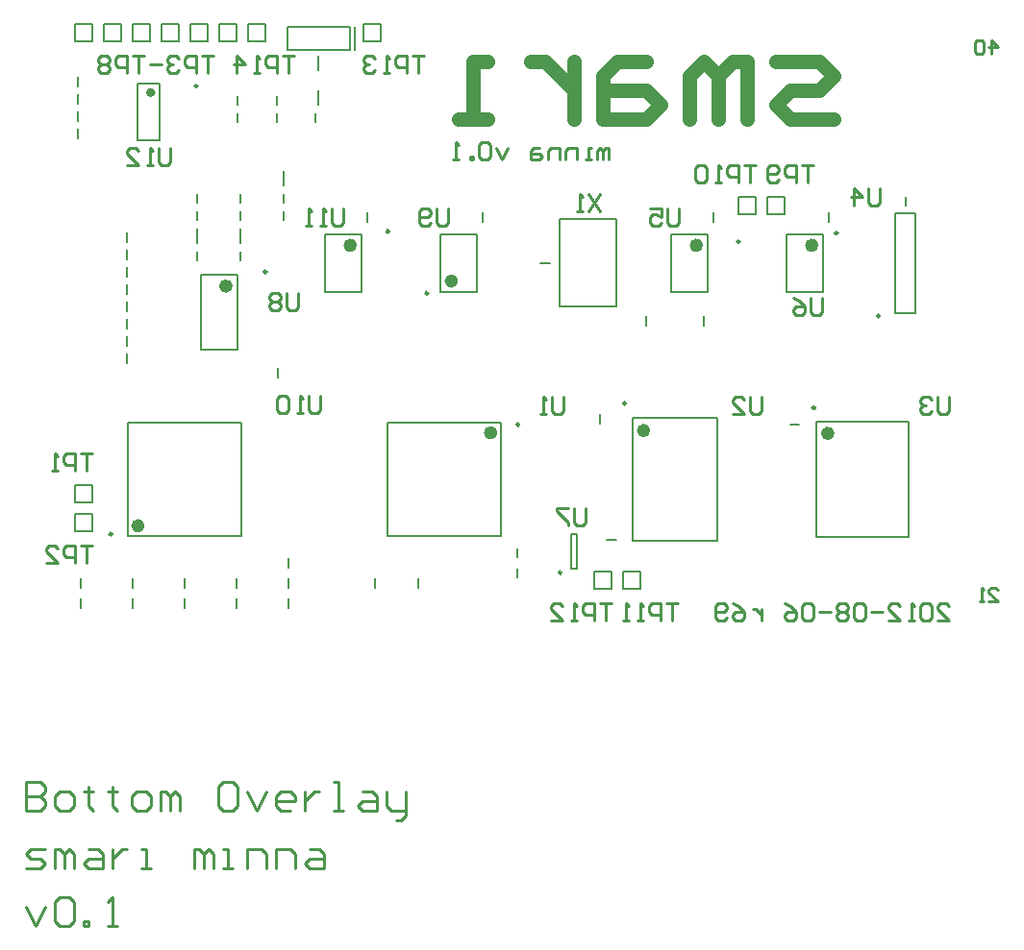
<source format=gbo>
%FSLAX25Y25*%
%MOIN*%
G70*
G01*
G75*
G04 Layer_Color=32896*
%ADD10R,0.08661X0.09843*%
%ADD11R,0.01969X0.07874*%
%ADD12R,0.06102X0.05118*%
%ADD13C,0.04000*%
G04:AMPARAMS|DCode=14|XSize=60mil|YSize=300mil|CornerRadius=0mil|HoleSize=0mil|Usage=FLASHONLY|Rotation=90.000|XOffset=0mil|YOffset=0mil|HoleType=Round|Shape=Octagon|*
%AMOCTAGOND14*
4,1,8,-0.15000,-0.01500,-0.15000,0.01500,-0.13500,0.03000,0.13500,0.03000,0.15000,0.01500,0.15000,-0.01500,0.13500,-0.03000,-0.13500,-0.03000,-0.15000,-0.01500,0.0*
%
%ADD14OCTAGOND14*%

%ADD15R,0.03150X0.03150*%
%ADD16R,0.03937X0.11811*%
%ADD17C,0.01000*%
%ADD18C,0.02000*%
%ADD19C,0.01200*%
%ADD20C,0.02362*%
%ADD21C,0.02200*%
%ADD22C,0.04000*%
%ADD23C,0.07543*%
%ADD24C,0.04200*%
%ADD25R,0.04000X0.04000*%
%ADD26R,0.01181X0.06693*%
%ADD27R,0.07677X0.01575*%
%ADD28R,0.04134X0.02362*%
%ADD29R,0.06693X0.01378*%
%ADD30R,0.06299X0.01378*%
%ADD31R,0.02165X0.07677*%
%ADD32R,0.07677X0.02165*%
%ADD33R,0.07874X0.02362*%
%ADD34R,0.15748X0.06693*%
%ADD35R,0.15748X0.05906*%
%ADD36R,0.07677X0.05118*%
%ADD37R,0.05118X0.05906*%
%ADD38R,0.04331X0.03937*%
%ADD39R,0.04000X0.04000*%
%ADD40R,0.03937X0.04331*%
%ADD41C,0.01500*%
%ADD42C,0.03000*%
%ADD43C,0.01400*%
%ADD44C,0.00984*%
%ADD45C,0.02362*%
%ADD46C,0.00787*%
%ADD47C,0.08000*%
%ADD48C,0.01575*%
%ADD49C,0.05000*%
D17*
X93000Y201998D02*
X89001D01*
X91001D01*
Y196000D01*
X87002D02*
Y201998D01*
X84003D01*
X83003Y200998D01*
Y198999D01*
X84003Y197999D01*
X87002D01*
X81004Y196000D02*
X79005D01*
X80004D01*
Y201998D01*
X81004Y200998D01*
X73006Y196000D02*
Y201998D01*
X76006Y198999D01*
X72007D01*
X255000Y83498D02*
Y78500D01*
X254000Y77500D01*
X252001D01*
X251001Y78500D01*
Y83498D01*
X245003Y77500D02*
X249002D01*
X245003Y81499D01*
Y82498D01*
X246003Y83498D01*
X248002D01*
X249002Y82498D01*
X50000Y169998D02*
Y165000D01*
X49000Y164000D01*
X47001D01*
X46001Y165000D01*
Y169998D01*
X44002Y164000D02*
X42003D01*
X43002D01*
Y169998D01*
X44002Y168998D01*
X35005Y164000D02*
X39004D01*
X35005Y167999D01*
Y168998D01*
X36004Y169998D01*
X38004D01*
X39004Y168998D01*
X194000Y44998D02*
Y40000D01*
X193000Y39000D01*
X191001D01*
X190001Y40000D01*
Y44998D01*
X188002D02*
X184003D01*
Y43998D01*
X188002Y40000D01*
Y39000D01*
X94500Y119498D02*
Y114500D01*
X93500Y113500D01*
X91501D01*
X90501Y114500D01*
Y119498D01*
X88502Y118498D02*
X87502Y119498D01*
X85503D01*
X84503Y118498D01*
Y117499D01*
X85503Y116499D01*
X84503Y115499D01*
Y114500D01*
X85503Y113500D01*
X87502D01*
X88502Y114500D01*
Y115499D01*
X87502Y116499D01*
X88502Y117499D01*
Y118498D01*
X87502Y116499D02*
X85503D01*
X110000Y148998D02*
Y144000D01*
X109000Y143000D01*
X107001D01*
X106001Y144000D01*
Y148998D01*
X104002Y143000D02*
X102003D01*
X103002D01*
Y148998D01*
X104002Y147998D01*
X99004Y143000D02*
X97004D01*
X98004D01*
Y148998D01*
X99004Y147998D01*
X102000Y83998D02*
Y79000D01*
X101000Y78000D01*
X99001D01*
X98001Y79000D01*
Y83998D01*
X96002Y78000D02*
X94003D01*
X95002D01*
Y83998D01*
X96002Y82998D01*
X91004D02*
X90004Y83998D01*
X88004D01*
X87005Y82998D01*
Y79000D01*
X88004Y78000D01*
X90004D01*
X91004Y79000D01*
Y82998D01*
X186500Y83498D02*
Y78500D01*
X185500Y77500D01*
X183501D01*
X182501Y78500D01*
Y83498D01*
X180502Y77500D02*
X178503D01*
X179502D01*
Y83498D01*
X180502Y82498D01*
X320000Y83498D02*
Y78500D01*
X319000Y77500D01*
X317001D01*
X316001Y78500D01*
Y83498D01*
X314002Y82498D02*
X313002Y83498D01*
X311003D01*
X310003Y82498D01*
Y81499D01*
X311003Y80499D01*
X312003D01*
X311003D01*
X310003Y79499D01*
Y78500D01*
X311003Y77500D01*
X313002D01*
X314002Y78500D01*
X296000Y155998D02*
Y151000D01*
X295000Y150000D01*
X293001D01*
X292001Y151000D01*
Y155998D01*
X287003Y150000D02*
Y155998D01*
X290002Y152999D01*
X286003D01*
X333801Y12500D02*
X337000D01*
X333801Y15699D01*
Y16499D01*
X334601Y17298D01*
X336200D01*
X337000Y16499D01*
X332202Y12500D02*
X330602D01*
X331402D01*
Y17298D01*
X332202Y16499D01*
X334601Y202500D02*
Y207298D01*
X337000Y204899D01*
X333801D01*
X332202Y206499D02*
X331402Y207298D01*
X329802D01*
X329003Y206499D01*
Y203300D01*
X329802Y202500D01*
X331402D01*
X332202Y203300D01*
Y206499D01*
X199000Y153998D02*
X195001Y148000D01*
Y153998D02*
X199000Y148000D01*
X193002D02*
X191003D01*
X192002D01*
Y153998D01*
X193002Y152998D01*
X23000Y31998D02*
X19001D01*
X21001D01*
Y26000D01*
X17002D02*
Y31998D01*
X14003D01*
X13003Y30998D01*
Y28999D01*
X14003Y27999D01*
X17002D01*
X7005Y26000D02*
X11004D01*
X7005Y29999D01*
Y30998D01*
X8005Y31998D01*
X10004D01*
X11004Y30998D01*
X23000Y63998D02*
X19001D01*
X21001D01*
Y58000D01*
X17002D02*
Y63998D01*
X14003D01*
X13003Y62998D01*
Y60999D01*
X14003Y59999D01*
X17002D01*
X11004Y58000D02*
X9004D01*
X10004D01*
Y63998D01*
X11004Y62998D01*
X253000Y163998D02*
X249001D01*
X251001D01*
Y158000D01*
X247002D02*
Y163998D01*
X244003D01*
X243003Y162998D01*
Y160999D01*
X244003Y159999D01*
X247002D01*
X241004Y158000D02*
X239004D01*
X240004D01*
Y163998D01*
X241004Y162998D01*
X236005D02*
X235006Y163998D01*
X233007D01*
X232007Y162998D01*
Y159000D01*
X233007Y158000D01*
X235006D01*
X236005Y159000D01*
Y162998D01*
X226000Y11998D02*
X222001D01*
X224001D01*
Y6000D01*
X220002D02*
Y11998D01*
X217003D01*
X216003Y10998D01*
Y8999D01*
X217003Y7999D01*
X220002D01*
X214004Y6000D02*
X212004D01*
X213004D01*
Y11998D01*
X214004Y10998D01*
X209005Y6000D02*
X207006D01*
X208006D01*
Y11998D01*
X209005Y10998D01*
X203000Y11998D02*
X199001D01*
X201001D01*
Y6000D01*
X197002D02*
Y11998D01*
X194003D01*
X193003Y10998D01*
Y8999D01*
X194003Y7999D01*
X197002D01*
X191004Y6000D02*
X189005D01*
X190004D01*
Y11998D01*
X191004Y10998D01*
X182007Y6000D02*
X186005D01*
X182007Y9999D01*
Y10998D01*
X183007Y11998D01*
X185006D01*
X186005Y10998D01*
X273000Y163998D02*
X269001D01*
X271001D01*
Y158000D01*
X267002D02*
Y163998D01*
X264003D01*
X263003Y162998D01*
Y160999D01*
X264003Y159999D01*
X267002D01*
X261004Y159000D02*
X260004Y158000D01*
X258005D01*
X257005Y159000D01*
Y162998D01*
X258005Y163998D01*
X260004D01*
X261004Y162998D01*
Y161999D01*
X260004Y160999D01*
X257005D01*
X146500Y148998D02*
Y144000D01*
X145500Y143000D01*
X143501D01*
X142501Y144000D01*
Y148998D01*
X140502Y144000D02*
X139502Y143000D01*
X137503D01*
X136503Y144000D01*
Y147998D01*
X137503Y148998D01*
X139502D01*
X140502Y147998D01*
Y146999D01*
X139502Y145999D01*
X136503D01*
X276000Y117998D02*
Y113000D01*
X275000Y112000D01*
X273001D01*
X272001Y113000D01*
Y117998D01*
X266003D02*
X268003Y116998D01*
X270002Y114999D01*
Y113000D01*
X269002Y112000D01*
X267003D01*
X266003Y113000D01*
Y113999D01*
X267003Y114999D01*
X270002D01*
X226500Y148998D02*
Y144000D01*
X225500Y143000D01*
X223501D01*
X222501Y144000D01*
Y148998D01*
X216503D02*
X220502D01*
Y145999D01*
X218503Y146999D01*
X217503D01*
X216503Y145999D01*
Y144000D01*
X217503Y143000D01*
X219502D01*
X220502Y144000D01*
X138000Y201998D02*
X134001D01*
X136001D01*
Y196000D01*
X132002D02*
Y201998D01*
X129003D01*
X128003Y200998D01*
Y198999D01*
X129003Y197999D01*
X132002D01*
X126004Y196000D02*
X124004D01*
X125004D01*
Y201998D01*
X126004Y200998D01*
X121005D02*
X120006Y201998D01*
X118007D01*
X117007Y200998D01*
Y199999D01*
X118007Y198999D01*
X119006D01*
X118007D01*
X117007Y197999D01*
Y197000D01*
X118007Y196000D01*
X120006D01*
X121005Y197000D01*
X0Y-80000D02*
X4998D01*
X6664Y-78334D01*
X4998Y-76668D01*
X1666D01*
X0Y-75002D01*
X1666Y-73335D01*
X6664D01*
X9997Y-80000D02*
Y-73335D01*
X11663D01*
X13329Y-75002D01*
Y-80000D01*
Y-75002D01*
X14995Y-73335D01*
X16661Y-75002D01*
Y-80000D01*
X21660Y-73335D02*
X24992D01*
X26658Y-75002D01*
Y-80000D01*
X21660D01*
X19994Y-78334D01*
X21660Y-76668D01*
X26658D01*
X29990Y-73335D02*
Y-80000D01*
Y-76668D01*
X31656Y-75002D01*
X33323Y-73335D01*
X34989D01*
X39987Y-80000D02*
X43319D01*
X41653D01*
Y-73335D01*
X39987D01*
X58315Y-80000D02*
Y-73335D01*
X59981D01*
X61647Y-75002D01*
Y-80000D01*
Y-75002D01*
X63313Y-73335D01*
X64979Y-75002D01*
Y-80000D01*
X68311D02*
X71644D01*
X69977D01*
Y-73335D01*
X68311D01*
X76642Y-80000D02*
Y-73335D01*
X81640D01*
X83306Y-75002D01*
Y-80000D01*
X86639D02*
Y-73335D01*
X91637D01*
X93303Y-75002D01*
Y-80000D01*
X98302Y-73335D02*
X101634D01*
X103300Y-75002D01*
Y-80000D01*
X98302D01*
X96635Y-78334D01*
X98302Y-76668D01*
X103300D01*
X0Y-50003D02*
Y-60000D01*
X4998D01*
X6664Y-58334D01*
Y-56668D01*
X4998Y-55002D01*
X0D01*
X4998D01*
X6664Y-53335D01*
Y-51669D01*
X4998Y-50003D01*
X0D01*
X11663Y-60000D02*
X14995D01*
X16661Y-58334D01*
Y-55002D01*
X14995Y-53335D01*
X11663D01*
X9997Y-55002D01*
Y-58334D01*
X11663Y-60000D01*
X21660Y-51669D02*
Y-53335D01*
X19994D01*
X23326D01*
X21660D01*
Y-58334D01*
X23326Y-60000D01*
X29990Y-51669D02*
Y-53335D01*
X28324D01*
X31656D01*
X29990D01*
Y-58334D01*
X31656Y-60000D01*
X38321D02*
X41653D01*
X43319Y-58334D01*
Y-55002D01*
X41653Y-53335D01*
X38321D01*
X36655Y-55002D01*
Y-58334D01*
X38321Y-60000D01*
X46652D02*
Y-53335D01*
X48318D01*
X49984Y-55002D01*
Y-60000D01*
Y-55002D01*
X51650Y-53335D01*
X53316Y-55002D01*
Y-60000D01*
X71644Y-50003D02*
X68311D01*
X66645Y-51669D01*
Y-58334D01*
X68311Y-60000D01*
X71644D01*
X73310Y-58334D01*
Y-51669D01*
X71644Y-50003D01*
X76642Y-53335D02*
X79974Y-60000D01*
X83306Y-53335D01*
X91637Y-60000D02*
X88305D01*
X86639Y-58334D01*
Y-55002D01*
X88305Y-53335D01*
X91637D01*
X93303Y-55002D01*
Y-56668D01*
X86639D01*
X96635Y-53335D02*
Y-60000D01*
Y-56668D01*
X98302Y-55002D01*
X99968Y-53335D01*
X101634D01*
X106632Y-60000D02*
X109965D01*
X108298D01*
Y-50003D01*
X106632D01*
X116629Y-53335D02*
X119961D01*
X121627Y-55002D01*
Y-60000D01*
X116629D01*
X114963Y-58334D01*
X116629Y-56668D01*
X121627D01*
X124960Y-53335D02*
Y-58334D01*
X126626Y-60000D01*
X131624D01*
Y-61666D01*
X129958Y-63332D01*
X128292D01*
X131624Y-60000D02*
Y-53335D01*
X65000Y201998D02*
X61001D01*
X63001D01*
Y196000D01*
X59002D02*
Y201998D01*
X56003D01*
X55003Y200998D01*
Y198999D01*
X56003Y197999D01*
X59002D01*
X53004Y200998D02*
X52004Y201998D01*
X50005D01*
X49005Y200998D01*
Y199999D01*
X50005Y198999D01*
X51004D01*
X50005D01*
X49005Y197999D01*
Y197000D01*
X50005Y196000D01*
X52004D01*
X53004Y197000D01*
X47006Y198999D02*
X43007D01*
X41008Y201998D02*
X37009D01*
X39008D01*
Y196000D01*
X35010D02*
Y201998D01*
X32011D01*
X31011Y200998D01*
Y198999D01*
X32011Y197999D01*
X35010D01*
X29012Y200998D02*
X28012Y201998D01*
X26013D01*
X25013Y200998D01*
Y199999D01*
X26013Y198999D01*
X25013Y197999D01*
Y197000D01*
X26013Y196000D01*
X28012D01*
X29012Y197000D01*
Y197999D01*
X28012Y198999D01*
X29012Y199999D01*
Y200998D01*
X28012Y198999D02*
X26013D01*
X202000Y166000D02*
Y169999D01*
X201000D01*
X200001Y168999D01*
Y166000D01*
Y168999D01*
X199001Y169999D01*
X198001Y168999D01*
Y166000D01*
X196002D02*
X194003D01*
X195002D01*
Y169999D01*
X196002D01*
X191004Y166000D02*
Y169999D01*
X188005D01*
X187005Y168999D01*
Y166000D01*
X185005D02*
Y169999D01*
X182007D01*
X181007Y168999D01*
Y166000D01*
X178008Y169999D02*
X176008D01*
X175009Y168999D01*
Y166000D01*
X178008D01*
X179007Y167000D01*
X178008Y167999D01*
X175009D01*
X167011Y169999D02*
X165012Y166000D01*
X163013Y169999D01*
X161013Y170998D02*
X160014Y171998D01*
X158014D01*
X157015Y170998D01*
Y167000D01*
X158014Y166000D01*
X160014D01*
X161013Y167000D01*
Y170998D01*
X155015Y166000D02*
Y167000D01*
X154016D01*
Y166000D01*
X155015D01*
X150017D02*
X148018D01*
X149017D01*
Y171998D01*
X150017Y170998D01*
X0Y-93335D02*
X3332Y-100000D01*
X6664Y-93335D01*
X9997Y-91669D02*
X11663Y-90003D01*
X14995D01*
X16661Y-91669D01*
Y-98334D01*
X14995Y-100000D01*
X11663D01*
X9997Y-98334D01*
Y-91669D01*
X19994Y-100000D02*
Y-98334D01*
X21660D01*
Y-100000D01*
X19994D01*
X28324D02*
X31656D01*
X29990D01*
Y-90003D01*
X28324Y-91669D01*
X316001Y6000D02*
X320000D01*
X316001Y9999D01*
Y10998D01*
X317001Y11998D01*
X319000D01*
X320000Y10998D01*
X314002D02*
X313002Y11998D01*
X311003D01*
X310003Y10998D01*
Y7000D01*
X311003Y6000D01*
X313002D01*
X314002Y7000D01*
Y10998D01*
X308004Y6000D02*
X306005D01*
X307004D01*
Y11998D01*
X308004Y10998D01*
X299007Y6000D02*
X303006D01*
X299007Y9999D01*
Y10998D01*
X300007Y11998D01*
X302006D01*
X303006Y10998D01*
X297007Y8999D02*
X293009D01*
X291009Y10998D02*
X290010Y11998D01*
X288010D01*
X287011Y10998D01*
Y7000D01*
X288010Y6000D01*
X290010D01*
X291009Y7000D01*
Y10998D01*
X285011D02*
X284012Y11998D01*
X282012D01*
X281013Y10998D01*
Y9999D01*
X282012Y8999D01*
X281013Y7999D01*
Y7000D01*
X282012Y6000D01*
X284012D01*
X285011Y7000D01*
Y7999D01*
X284012Y8999D01*
X285011Y9999D01*
Y10998D01*
X284012Y8999D02*
X282012D01*
X279013D02*
X275015D01*
X273015Y10998D02*
X272016Y11998D01*
X270016D01*
X269017Y10998D01*
Y7000D01*
X270016Y6000D01*
X272016D01*
X273015Y7000D01*
Y10998D01*
X263018Y11998D02*
X265018Y10998D01*
X267017Y8999D01*
Y7000D01*
X266018Y6000D01*
X264018D01*
X263018Y7000D01*
Y7999D01*
X264018Y8999D01*
X267017D01*
X255021Y9999D02*
Y6000D01*
Y7999D01*
X254021Y8999D01*
X253022Y9999D01*
X252022D01*
X245024Y11998D02*
X247024Y10998D01*
X249023Y8999D01*
Y7000D01*
X248023Y6000D01*
X246024D01*
X245024Y7000D01*
Y7999D01*
X246024Y8999D01*
X249023D01*
X243025Y7000D02*
X242025Y6000D01*
X240026D01*
X239026Y7000D01*
Y10998D01*
X240026Y11998D01*
X242025D01*
X243025Y10998D01*
Y9999D01*
X242025Y8999D01*
X239026D01*
D44*
X208071Y81378D02*
G03*
X208071Y81378I-492J0D01*
G01*
X59500Y191500D02*
G03*
X59500Y191500I-492J0D01*
G01*
X185768Y22618D02*
G03*
X185768Y22618I-492J0D01*
G01*
X83500Y127000D02*
G03*
X83500Y127000I-492J0D01*
G01*
X126000Y141000D02*
G03*
X126000Y141000I-492J0D01*
G01*
X29902Y36004D02*
G03*
X29902Y36004I-492J0D01*
G01*
X171083Y73996D02*
G03*
X171083Y73996I-492J0D01*
G01*
X273661Y79803D02*
G03*
X273661Y79803I-492J0D01*
G01*
X296043Y111653D02*
G03*
X296043Y111653I-492J0D01*
G01*
X139469Y119567D02*
G03*
X139469Y119567I-492J0D01*
G01*
X281516Y140433D02*
G03*
X281516Y140433I-492J0D01*
G01*
X247500Y137500D02*
G03*
X247500Y137500I-492J0D01*
G01*
D45*
X215354Y71929D02*
G03*
X215354Y71929I-1181J0D01*
G01*
X70543Y122055D02*
G03*
X70543Y122055I-1181J0D01*
G01*
X113642Y136201D02*
G03*
X113642Y136201I-1181J0D01*
G01*
X40039Y38858D02*
G03*
X40039Y38858I-1181J0D01*
G01*
X162323Y71142D02*
G03*
X162323Y71142I-1181J0D01*
G01*
X279173Y70945D02*
G03*
X279173Y70945I-1181J0D01*
G01*
X148721Y123799D02*
G03*
X148721Y123799I-1181J0D01*
G01*
X273642Y136201D02*
G03*
X273642Y136201I-1181J0D01*
G01*
X233642D02*
G03*
X233642Y136201I-1181J0D01*
G01*
D46*
X77000Y207000D02*
X83000D01*
Y213000D01*
X77000D02*
X83000D01*
X77000Y207000D02*
Y213000D01*
X239764Y33740D02*
Y76260D01*
X210236Y33740D02*
Y76260D01*
Y33740D02*
X239764D01*
X210236Y76260D02*
X239764D01*
X46437Y172658D02*
Y192342D01*
X38563Y172658D02*
Y192342D01*
X46437D01*
X38563Y172658D02*
X46437D01*
X189016Y23898D02*
X190984D01*
X189016Y36102D02*
X190984D01*
X189016Y23898D02*
Y36102D01*
X190984Y23898D02*
Y36102D01*
X73299Y100008D02*
Y125992D01*
X60701Y100008D02*
Y125992D01*
X73299D01*
X60701Y100008D02*
X73299D01*
X116299Y119961D02*
Y140039D01*
X103701Y119961D02*
Y140039D01*
X116299D01*
X103701Y119961D02*
X116299D01*
X35315Y74685D02*
X74685D01*
X35315Y35315D02*
X74685D01*
Y74685D01*
X35315Y35315D02*
Y74685D01*
X125315Y35315D02*
X164685D01*
X125315Y74685D02*
X164685D01*
X125315Y35315D02*
Y74685D01*
X164685Y35315D02*
Y74685D01*
X274055Y74882D02*
X305945D01*
X274055Y35118D02*
X305945D01*
X274055D02*
Y74882D01*
X305945Y35118D02*
Y74882D01*
X301457Y147323D02*
X308543D01*
X301457Y112677D02*
X308543D01*
Y147323D01*
X301457Y112677D02*
Y147323D01*
X204843Y114843D02*
Y145157D01*
X185256Y114843D02*
X204843D01*
X185157D02*
Y145157D01*
X204843D01*
X90673Y203965D02*
Y212035D01*
Y203965D02*
X112327D01*
Y212035D01*
X90673D02*
X112327D01*
X114197Y203965D02*
Y212035D01*
X101500Y196941D02*
Y202059D01*
X18000Y185425D02*
Y188575D01*
X17000Y207000D02*
X23000D01*
Y213000D01*
X17000D02*
X23000D01*
X17000Y207000D02*
Y213000D01*
X27000Y207000D02*
Y213000D01*
X33000D01*
Y207000D02*
Y213000D01*
X27000Y207000D02*
X33000D01*
X37000D02*
X43000D01*
Y213000D01*
X37000D02*
X43000D01*
X37000Y207000D02*
Y213000D01*
X47000Y207000D02*
Y213000D01*
X53000D01*
Y207000D02*
Y213000D01*
X47000Y207000D02*
X53000D01*
X57000D02*
X63000D01*
Y213000D01*
X57000D02*
X63000D01*
X57000Y207000D02*
Y213000D01*
X67000Y207000D02*
Y213000D01*
X73000D01*
Y207000D02*
Y213000D01*
X67000Y207000D02*
X73000D01*
X17000Y37000D02*
X23000D01*
Y43000D01*
X17000D02*
X23000D01*
X17000Y37000D02*
Y43000D01*
Y47000D02*
Y53000D01*
X23000D01*
Y47000D02*
Y53000D01*
X17000Y47000D02*
X23000D01*
X247000Y147000D02*
X253000D01*
Y153000D01*
X247000D02*
X253000D01*
X247000Y147000D02*
Y153000D01*
X207000Y17000D02*
Y23000D01*
X213000D01*
Y17000D02*
Y23000D01*
X207000Y17000D02*
X213000D01*
X197000D02*
X203000D01*
Y23000D01*
X197000D02*
X203000D01*
X197000Y17000D02*
Y23000D01*
X257000Y147000D02*
X263000D01*
X257000D02*
Y153000D01*
X263000D01*
Y147000D02*
Y153000D01*
X89500Y150925D02*
Y154075D01*
X59500Y144925D02*
Y148075D01*
X74500Y144925D02*
Y148075D01*
X89500Y156941D02*
Y162059D01*
X74500Y136941D02*
Y142059D01*
X143701Y119961D02*
Y140039D01*
X156299Y119961D02*
Y140039D01*
X143701Y119961D02*
X156299D01*
X143701Y140039D02*
X156299D01*
X276299Y119961D02*
Y140039D01*
X263701Y119961D02*
Y140039D01*
X276299D01*
X263701Y119961D02*
X276299D01*
X236299D02*
Y140039D01*
X223701Y119961D02*
Y140039D01*
X236299D01*
X223701Y119961D02*
X236299D01*
X73000Y17425D02*
Y20575D01*
Y10425D02*
Y13575D01*
X55000Y17425D02*
Y20575D01*
Y10425D02*
Y13575D01*
X37000Y10425D02*
Y13575D01*
Y17425D02*
Y20575D01*
X35000Y95425D02*
Y98575D01*
Y101425D02*
Y104575D01*
Y107425D02*
Y110575D01*
Y113425D02*
Y116575D01*
Y119425D02*
Y122575D01*
Y125425D02*
Y128575D01*
Y131425D02*
Y134575D01*
Y137425D02*
Y140575D01*
X91000Y24425D02*
Y27575D01*
X89500Y144925D02*
Y148075D01*
X178425Y130000D02*
X181575D01*
X215000Y108425D02*
Y111575D01*
X235000Y108425D02*
Y111575D01*
X121000Y17425D02*
Y20575D01*
X136000Y17425D02*
Y20575D01*
X59500Y150925D02*
Y154075D01*
X170500Y20925D02*
Y24075D01*
X74500Y150925D02*
Y154075D01*
X87500Y90425D02*
Y93575D01*
X158500Y144425D02*
Y147575D01*
X18000Y179425D02*
Y182575D01*
X201425Y34000D02*
X204575D01*
X278500Y144425D02*
Y147575D01*
X238500Y144425D02*
Y147575D01*
X305000Y149925D02*
Y153075D01*
X264925Y74000D02*
X268075D01*
X199000Y74425D02*
Y77575D01*
X170500Y27925D02*
Y31075D01*
X74500Y130925D02*
Y134075D01*
X59500Y130925D02*
Y134075D01*
X118500Y144425D02*
Y147575D01*
X18000Y173425D02*
Y176575D01*
X73500Y184925D02*
Y188075D01*
X87000Y184925D02*
Y188075D01*
X100500Y178925D02*
Y182075D01*
X101500Y184941D02*
Y190059D01*
X19000Y10425D02*
Y13575D01*
X91000Y17425D02*
Y20575D01*
Y10425D02*
Y13575D01*
X19000Y17425D02*
Y20575D01*
X73500Y178925D02*
Y182075D01*
X87000Y178925D02*
Y182075D01*
X59500Y136941D02*
Y142059D01*
X18000Y191425D02*
Y194575D01*
X117000Y207000D02*
X123000D01*
Y213000D01*
X117000D02*
X123000D01*
X117000Y207000D02*
Y213000D01*
D48*
X44075Y189193D02*
G03*
X44075Y189193I-787J0D01*
G01*
D49*
X280000Y180000D02*
X265005D01*
X260006Y184998D01*
X265005Y189997D01*
X275002D01*
X280000Y194995D01*
X275002Y199994D01*
X260006D01*
X250010Y180000D02*
Y199994D01*
X245011D01*
X240013Y194995D01*
Y180000D01*
Y194995D01*
X235015Y199994D01*
X230016Y194995D01*
Y180000D01*
X215021Y199994D02*
X205024D01*
X200026Y194995D01*
Y180000D01*
X215021D01*
X220019Y184998D01*
X215021Y189997D01*
X200026D01*
X190029Y199994D02*
Y180000D01*
Y189997D01*
X185031Y194995D01*
X180032Y199994D01*
X175034D01*
X160039Y180000D02*
X150042D01*
X155040D01*
Y199994D01*
X160039D01*
M02*

</source>
